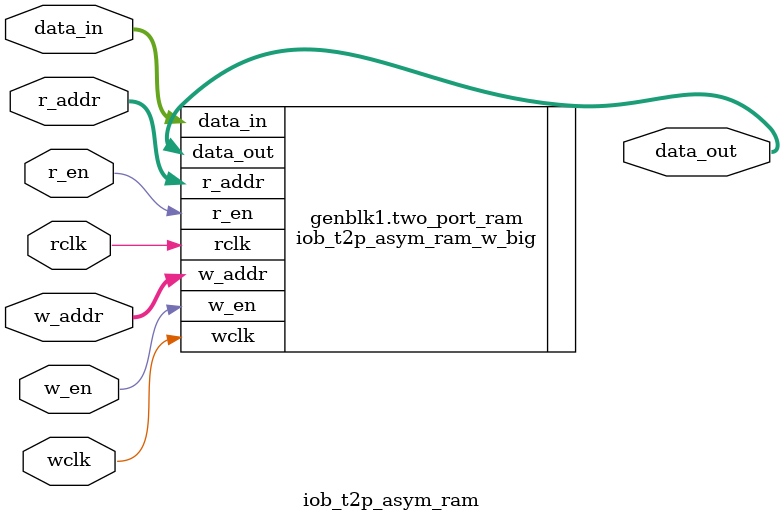
<source format=v>
`timescale 1ns / 1ps

module iob_t2p_asym_ram 
	#(
		parameter W_DATA_W = 16,
		parameter W_ADDR_W = 6,
		parameter R_DATA_W = 8,
		parameter R_ADDR_W = 7
	)
	(
		//Inputs
	 input 		       wclk, //write clock
         input 		       w_en, //write enable
         input [W_DATA_W-1:0]  data_in, //Input data to write port
         input [W_ADDR_W-1:0]  w_addr, //address for write port
	 input 		       rclk, //read clock
         input [R_ADDR_W-1:0]  r_addr, //address for read port
         input 		       r_en,
        //Outputs
         output [R_DATA_W-1:0] data_out //output port
    );
    
    generate
    	if (W_DATA_W > R_DATA_W)
    	begin
    		iob_t2p_asym_ram_w_big #(
    			.W_DATA_W(W_DATA_W),
    		 	.W_ADDR_W(W_ADDR_W),
    		 	.R_DATA_W(R_DATA_W),
    		 	.R_ADDR_W(R_ADDR_W)
    		 ) two_port_ram (
    		 	.wclk(wclk),
    		 	.w_en(w_en),
    		 	.data_in(data_in),
    		 	.w_addr(w_addr),
			.rclk(rclk),
    		 	.r_addr(r_addr),
    		 	.r_en(r_en),
    		 	.data_out(data_out)
    		 );
    	end
    	else if (W_DATA_W == R_DATA_W)
	  begin
	     iob_2p_ram #(
				.DATA_W(W_DATA_W),
				.ADDR_W(W_ADDR_W)
				) two_port_ram (
	 					.wclk(wclk),
    		 				.w_en(w_en),
    		 				.w_data(data_in),
    		 				.w_addr(w_addr),
						.rclk(rclk),
    		 				.r_addr(r_addr),
    		 				.r_en(r_en),
    		 				.r_data(data_out)
						);
	  end // if (W_DATA_W == R_DATA_W)
	else
    	begin
    		iob_t2p_asym_ram_r_big #(
    			.W_DATA_W(W_DATA_W),
    		 	.W_ADDR_W(W_ADDR_W),
    		 	.R_DATA_W(R_DATA_W),
    		 	.R_ADDR_W(R_ADDR_W)
    		 ) two_port_ram (
    		 	.wclk(wclk),
    		 	.w_en(w_en),
    		 	.data_in(data_in),
    		 	.w_addr(w_addr),
			.rclk(rclk),
    		 	.r_addr(r_addr),
    		 	.r_en(r_en),
    		 	.data_out(data_out)
    		 );
    	end
    endgenerate
endmodule
    

</source>
